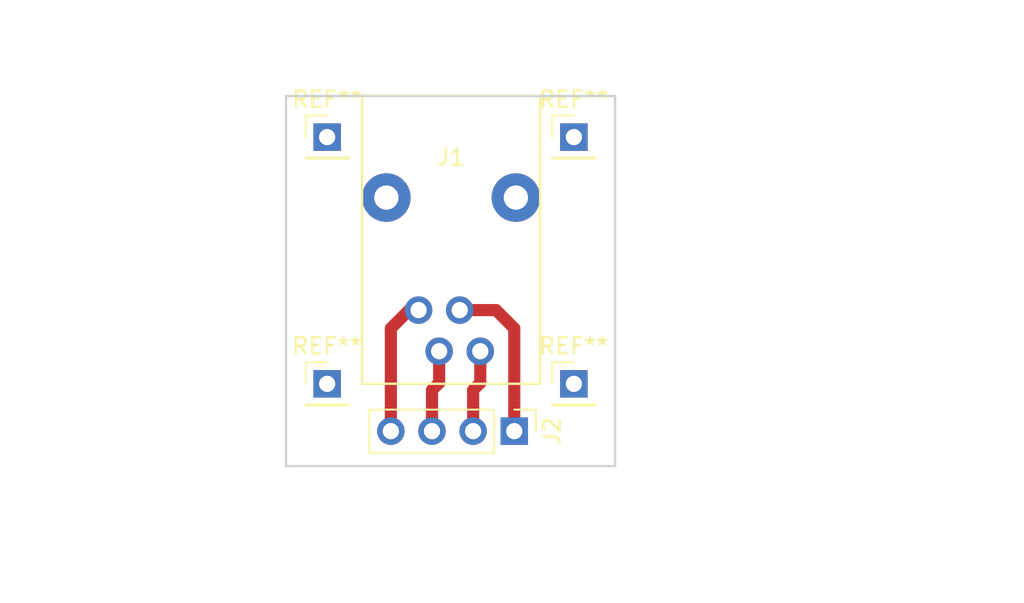
<source format=kicad_pcb>
(kicad_pcb (version 4) (host pcbnew 4.0.7)

  (general
    (links 4)
    (no_connects 0)
    (area 127.039999 98.085 190.460001 135.695)
    (thickness 1.6)
    (drawings 4)
    (tracks 12)
    (zones 0)
    (modules 6)
    (nets 5)
  )

  (page A4)
  (layers
    (0 F.Cu signal)
    (31 B.Cu signal)
    (32 B.Adhes user)
    (33 F.Adhes user)
    (34 B.Paste user)
    (35 F.Paste user)
    (36 B.SilkS user)
    (37 F.SilkS user)
    (38 B.Mask user)
    (39 F.Mask user)
    (40 Dwgs.User user)
    (41 Cmts.User user)
    (42 Eco1.User user)
    (43 Eco2.User user)
    (44 Edge.Cuts user)
    (45 Margin user)
    (46 B.CrtYd user)
    (47 F.CrtYd user)
    (48 B.Fab user)
    (49 F.Fab user)
  )

  (setup
    (last_trace_width 0.25)
    (user_trace_width 0.75)
    (trace_clearance 0.2)
    (zone_clearance 0.508)
    (zone_45_only no)
    (trace_min 0.2)
    (segment_width 0.2)
    (edge_width 0.15)
    (via_size 0.6)
    (via_drill 0.4)
    (via_min_size 0.4)
    (via_min_drill 0.3)
    (uvia_size 0.3)
    (uvia_drill 0.1)
    (uvias_allowed no)
    (uvia_min_size 0.2)
    (uvia_min_drill 0.1)
    (pcb_text_width 0.3)
    (pcb_text_size 1.5 1.5)
    (mod_edge_width 0.15)
    (mod_text_size 1 1)
    (mod_text_width 0.15)
    (pad_size 1.524 1.524)
    (pad_drill 0.762)
    (pad_to_mask_clearance 0.2)
    (aux_axis_origin 0 0)
    (visible_elements FFFFFF7F)
    (pcbplotparams
      (layerselection 0x00030_80000001)
      (usegerberextensions false)
      (excludeedgelayer true)
      (linewidth 0.100000)
      (plotframeref false)
      (viasonmask false)
      (mode 1)
      (useauxorigin false)
      (hpglpennumber 1)
      (hpglpenspeed 20)
      (hpglpendiameter 15)
      (hpglpenoverlay 2)
      (psnegative false)
      (psa4output false)
      (plotreference true)
      (plotvalue true)
      (plotinvisibletext false)
      (padsonsilk false)
      (subtractmaskfromsilk false)
      (outputformat 1)
      (mirror false)
      (drillshape 1)
      (scaleselection 1)
      (outputdirectory /home/badaro/Projetos/Peixoto/kicad/rj11/))
  )

  (net 0 "")
  (net 1 "Net-(J1-Pad1)")
  (net 2 "Net-(J1-Pad2)")
  (net 3 "Net-(J1-Pad4)")
  (net 4 "Net-(J1-Pad3)")

  (net_class Default "Esta é a classe de net default."
    (clearance 0.2)
    (trace_width 0.25)
    (via_dia 0.6)
    (via_drill 0.4)
    (uvia_dia 0.3)
    (uvia_drill 0.1)
    (add_net "Net-(J1-Pad1)")
    (add_net "Net-(J1-Pad2)")
    (add_net "Net-(J1-Pad3)")
    (add_net "Net-(J1-Pad4)")
  )

  (module Pin_Headers:Pin_Header_Straight_1x01_Pitch2.54mm (layer F.Cu) (tedit 5B3EBE7F) (tstamp 5B3EBFAB)
    (at 162.56 121.92)
    (descr "Through hole straight pin header, 1x01, 2.54mm pitch, single row")
    (tags "Through hole pin header THT 1x01 2.54mm single row")
    (fp_text reference REF** (at 0 -2.33) (layer F.SilkS)
      (effects (font (size 1 1) (thickness 0.15)))
    )
    (fp_text value Pin_Header_Straight_1x01_Pitch2.54mm (at 12.7 12.7) (layer F.Fab)
      (effects (font (size 1 1) (thickness 0.15)))
    )
    (fp_line (start -0.635 -1.27) (end 1.27 -1.27) (layer F.Fab) (width 0.1))
    (fp_line (start 1.27 -1.27) (end 1.27 1.27) (layer F.Fab) (width 0.1))
    (fp_line (start 1.27 1.27) (end -1.27 1.27) (layer F.Fab) (width 0.1))
    (fp_line (start -1.27 1.27) (end -1.27 -0.635) (layer F.Fab) (width 0.1))
    (fp_line (start -1.27 -0.635) (end -0.635 -1.27) (layer F.Fab) (width 0.1))
    (fp_line (start -1.33 1.33) (end 1.33 1.33) (layer F.SilkS) (width 0.12))
    (fp_line (start -1.33 1.27) (end -1.33 1.33) (layer F.SilkS) (width 0.12))
    (fp_line (start 1.33 1.27) (end 1.33 1.33) (layer F.SilkS) (width 0.12))
    (fp_line (start -1.33 1.27) (end 1.33 1.27) (layer F.SilkS) (width 0.12))
    (fp_line (start -1.33 0) (end -1.33 -1.33) (layer F.SilkS) (width 0.12))
    (fp_line (start -1.33 -1.33) (end 0 -1.33) (layer F.SilkS) (width 0.12))
    (fp_line (start -1.8 -1.8) (end -1.8 1.8) (layer F.CrtYd) (width 0.05))
    (fp_line (start -1.8 1.8) (end 1.8 1.8) (layer F.CrtYd) (width 0.05))
    (fp_line (start 1.8 1.8) (end 1.8 -1.8) (layer F.CrtYd) (width 0.05))
    (fp_line (start 1.8 -1.8) (end -1.8 -1.8) (layer F.CrtYd) (width 0.05))
    (fp_text user %R (at 0 0 90) (layer F.Fab)
      (effects (font (size 1 1) (thickness 0.15)))
    )
    (pad 1 thru_hole rect (at 0 0) (size 1.7 1.7) (drill 1) (layers *.Cu *.Mask))
    (model ${KISYS3DMOD}/Pin_Headers.3dshapes/Pin_Header_Straight_1x01_Pitch2.54mm.wrl
      (at (xyz 0 0 0))
      (scale (xyz 1 1 1))
      (rotate (xyz 0 0 0))
    )
  )

  (module Pin_Headers:Pin_Header_Straight_1x01_Pitch2.54mm (layer F.Cu) (tedit 5B3EBE81) (tstamp 5B3EBF97)
    (at 147.32 121.92)
    (descr "Through hole straight pin header, 1x01, 2.54mm pitch, single row")
    (tags "Through hole pin header THT 1x01 2.54mm single row")
    (fp_text reference REF** (at 0 -2.33) (layer F.SilkS)
      (effects (font (size 1 1) (thickness 0.15)))
    )
    (fp_text value Pin_Header_Straight_1x01_Pitch2.54mm (at -2.54 12.7) (layer F.Fab)
      (effects (font (size 1 1) (thickness 0.15)))
    )
    (fp_line (start -0.635 -1.27) (end 1.27 -1.27) (layer F.Fab) (width 0.1))
    (fp_line (start 1.27 -1.27) (end 1.27 1.27) (layer F.Fab) (width 0.1))
    (fp_line (start 1.27 1.27) (end -1.27 1.27) (layer F.Fab) (width 0.1))
    (fp_line (start -1.27 1.27) (end -1.27 -0.635) (layer F.Fab) (width 0.1))
    (fp_line (start -1.27 -0.635) (end -0.635 -1.27) (layer F.Fab) (width 0.1))
    (fp_line (start -1.33 1.33) (end 1.33 1.33) (layer F.SilkS) (width 0.12))
    (fp_line (start -1.33 1.27) (end -1.33 1.33) (layer F.SilkS) (width 0.12))
    (fp_line (start 1.33 1.27) (end 1.33 1.33) (layer F.SilkS) (width 0.12))
    (fp_line (start -1.33 1.27) (end 1.33 1.27) (layer F.SilkS) (width 0.12))
    (fp_line (start -1.33 0) (end -1.33 -1.33) (layer F.SilkS) (width 0.12))
    (fp_line (start -1.33 -1.33) (end 0 -1.33) (layer F.SilkS) (width 0.12))
    (fp_line (start -1.8 -1.8) (end -1.8 1.8) (layer F.CrtYd) (width 0.05))
    (fp_line (start -1.8 1.8) (end 1.8 1.8) (layer F.CrtYd) (width 0.05))
    (fp_line (start 1.8 1.8) (end 1.8 -1.8) (layer F.CrtYd) (width 0.05))
    (fp_line (start 1.8 -1.8) (end -1.8 -1.8) (layer F.CrtYd) (width 0.05))
    (fp_text user %R (at 0 0 90) (layer F.Fab)
      (effects (font (size 1 1) (thickness 0.15)))
    )
    (pad 1 thru_hole rect (at 0 0) (size 1.7 1.7) (drill 1) (layers *.Cu *.Mask))
    (model ${KISYS3DMOD}/Pin_Headers.3dshapes/Pin_Header_Straight_1x01_Pitch2.54mm.wrl
      (at (xyz 0 0 0))
      (scale (xyz 1 1 1))
      (rotate (xyz 0 0 0))
    )
  )

  (module Pin_Headers:Pin_Header_Straight_1x01_Pitch2.54mm (layer F.Cu) (tedit 5B3EBE85) (tstamp 5B3EBF83)
    (at 162.56 106.68)
    (descr "Through hole straight pin header, 1x01, 2.54mm pitch, single row")
    (tags "Through hole pin header THT 1x01 2.54mm single row")
    (fp_text reference REF** (at 0 -2.33) (layer F.SilkS)
      (effects (font (size 1 1) (thickness 0.15)))
    )
    (fp_text value Pin_Header_Straight_1x01_Pitch2.54mm (at 12.7 -7.62) (layer F.Fab)
      (effects (font (size 1 1) (thickness 0.15)))
    )
    (fp_line (start -0.635 -1.27) (end 1.27 -1.27) (layer F.Fab) (width 0.1))
    (fp_line (start 1.27 -1.27) (end 1.27 1.27) (layer F.Fab) (width 0.1))
    (fp_line (start 1.27 1.27) (end -1.27 1.27) (layer F.Fab) (width 0.1))
    (fp_line (start -1.27 1.27) (end -1.27 -0.635) (layer F.Fab) (width 0.1))
    (fp_line (start -1.27 -0.635) (end -0.635 -1.27) (layer F.Fab) (width 0.1))
    (fp_line (start -1.33 1.33) (end 1.33 1.33) (layer F.SilkS) (width 0.12))
    (fp_line (start -1.33 1.27) (end -1.33 1.33) (layer F.SilkS) (width 0.12))
    (fp_line (start 1.33 1.27) (end 1.33 1.33) (layer F.SilkS) (width 0.12))
    (fp_line (start -1.33 1.27) (end 1.33 1.27) (layer F.SilkS) (width 0.12))
    (fp_line (start -1.33 0) (end -1.33 -1.33) (layer F.SilkS) (width 0.12))
    (fp_line (start -1.33 -1.33) (end 0 -1.33) (layer F.SilkS) (width 0.12))
    (fp_line (start -1.8 -1.8) (end -1.8 1.8) (layer F.CrtYd) (width 0.05))
    (fp_line (start -1.8 1.8) (end 1.8 1.8) (layer F.CrtYd) (width 0.05))
    (fp_line (start 1.8 1.8) (end 1.8 -1.8) (layer F.CrtYd) (width 0.05))
    (fp_line (start 1.8 -1.8) (end -1.8 -1.8) (layer F.CrtYd) (width 0.05))
    (fp_text user %R (at 0 0 90) (layer F.Fab)
      (effects (font (size 1 1) (thickness 0.15)))
    )
    (pad 1 thru_hole rect (at 0 0) (size 1.7 1.7) (drill 1) (layers *.Cu *.Mask))
    (model ${KISYS3DMOD}/Pin_Headers.3dshapes/Pin_Header_Straight_1x01_Pitch2.54mm.wrl
      (at (xyz 0 0 0))
      (scale (xyz 1 1 1))
      (rotate (xyz 0 0 0))
    )
  )

  (module RJ11:RJ11 (layer F.Cu) (tedit 5B3EBDF2) (tstamp 5B3EBD70)
    (at 154.9781 104.1146)
    (path /5B3EBE39)
    (fp_text reference J1 (at 0 3.81) (layer F.SilkS)
      (effects (font (size 1 1) (thickness 0.15)))
    )
    (fp_text value Conn_02x02_Counter_Clockwise (at 0.0889 -2.1336) (layer F.Fab)
      (effects (font (size 1 1) (thickness 0.15)))
    )
    (fp_line (start -5.5 0) (end -5.5 17.8) (layer F.SilkS) (width 0.15))
    (fp_line (start -5.5 17.8) (end 5.5 17.8) (layer F.SilkS) (width 0.15))
    (fp_line (start 5.5 17.8) (end 5.5 0) (layer F.SilkS) (width 0.15))
    (fp_line (start 5.5 0) (end -5.5 0) (layer F.SilkS) (width 0.15))
    (pad 1 thru_hole circle (at -2.01 13.25) (size 1.7 1.7) (drill 1) (layers *.Cu *.Mask)
      (net 1 "Net-(J1-Pad1)"))
    (pad 2 thru_hole circle (at 0.53 13.25) (size 1.7 1.7) (drill 1) (layers *.Cu *.Mask)
      (net 2 "Net-(J1-Pad2)"))
    (pad 3 thru_hole circle (at -0.74 15.79) (size 1.7 1.7) (drill 1) (layers *.Cu *.Mask)
      (net 4 "Net-(J1-Pad3)"))
    (pad 4 thru_hole circle (at 1.8 15.79) (size 1.7 1.7) (drill 1) (layers *.Cu *.Mask)
      (net 3 "Net-(J1-Pad4)"))
    (pad 6 thru_hole circle (at 4 6.3) (size 3 3) (drill 1.5) (layers *.Cu *.Mask))
    (pad 5 thru_hole circle (at -4 6.3) (size 3 3) (drill 1.5) (layers *.Cu *.Mask))
  )

  (module Pin_Headers:Pin_Header_Straight_1x04_Pitch2.54mm (layer F.Cu) (tedit 5B3EBDEB) (tstamp 5B3EBD78)
    (at 158.877 124.841 270)
    (descr "Through hole straight pin header, 1x04, 2.54mm pitch, single row")
    (tags "Through hole pin header THT 1x04 2.54mm single row")
    (path /5B3EBC5E)
    (fp_text reference J2 (at 0 -2.33 270) (layer F.SilkS)
      (effects (font (size 1 1) (thickness 0.15)))
    )
    (fp_text value Conn_01x04 (at 3.81 3.81 360) (layer F.Fab)
      (effects (font (size 1 1) (thickness 0.15)))
    )
    (fp_line (start -0.635 -1.27) (end 1.27 -1.27) (layer F.Fab) (width 0.1))
    (fp_line (start 1.27 -1.27) (end 1.27 8.89) (layer F.Fab) (width 0.1))
    (fp_line (start 1.27 8.89) (end -1.27 8.89) (layer F.Fab) (width 0.1))
    (fp_line (start -1.27 8.89) (end -1.27 -0.635) (layer F.Fab) (width 0.1))
    (fp_line (start -1.27 -0.635) (end -0.635 -1.27) (layer F.Fab) (width 0.1))
    (fp_line (start -1.33 8.95) (end 1.33 8.95) (layer F.SilkS) (width 0.12))
    (fp_line (start -1.33 1.27) (end -1.33 8.95) (layer F.SilkS) (width 0.12))
    (fp_line (start 1.33 1.27) (end 1.33 8.95) (layer F.SilkS) (width 0.12))
    (fp_line (start -1.33 1.27) (end 1.33 1.27) (layer F.SilkS) (width 0.12))
    (fp_line (start -1.33 0) (end -1.33 -1.33) (layer F.SilkS) (width 0.12))
    (fp_line (start -1.33 -1.33) (end 0 -1.33) (layer F.SilkS) (width 0.12))
    (fp_line (start -1.8 -1.8) (end -1.8 9.4) (layer F.CrtYd) (width 0.05))
    (fp_line (start -1.8 9.4) (end 1.8 9.4) (layer F.CrtYd) (width 0.05))
    (fp_line (start 1.8 9.4) (end 1.8 -1.8) (layer F.CrtYd) (width 0.05))
    (fp_line (start 1.8 -1.8) (end -1.8 -1.8) (layer F.CrtYd) (width 0.05))
    (fp_text user %R (at 0 3.81 360) (layer F.Fab)
      (effects (font (size 1 1) (thickness 0.15)))
    )
    (pad 1 thru_hole rect (at 0 0 270) (size 1.7 1.7) (drill 1) (layers *.Cu *.Mask)
      (net 2 "Net-(J1-Pad2)"))
    (pad 2 thru_hole oval (at 0 2.54 270) (size 1.7 1.7) (drill 1) (layers *.Cu *.Mask)
      (net 3 "Net-(J1-Pad4)"))
    (pad 3 thru_hole oval (at 0 5.08 270) (size 1.7 1.7) (drill 1) (layers *.Cu *.Mask)
      (net 4 "Net-(J1-Pad3)"))
    (pad 4 thru_hole oval (at 0 7.62 270) (size 1.7 1.7) (drill 1) (layers *.Cu *.Mask)
      (net 1 "Net-(J1-Pad1)"))
    (model ${KISYS3DMOD}/Pin_Headers.3dshapes/Pin_Header_Straight_1x04_Pitch2.54mm.wrl
      (at (xyz 0 0 0))
      (scale (xyz 1 1 1))
      (rotate (xyz 0 0 0))
    )
  )

  (module Pin_Headers:Pin_Header_Straight_1x01_Pitch2.54mm (layer F.Cu) (tedit 5B3EBE83) (tstamp 5B3EBE52)
    (at 147.32 106.68)
    (descr "Through hole straight pin header, 1x01, 2.54mm pitch, single row")
    (tags "Through hole pin header THT 1x01 2.54mm single row")
    (fp_text reference REF** (at 0 -2.33) (layer F.SilkS)
      (effects (font (size 1 1) (thickness 0.15)))
    )
    (fp_text value Pin_Header_Straight_1x01_Pitch2.54mm (at -5.08 -7.62) (layer F.Fab)
      (effects (font (size 1 1) (thickness 0.15)))
    )
    (fp_line (start -0.635 -1.27) (end 1.27 -1.27) (layer F.Fab) (width 0.1))
    (fp_line (start 1.27 -1.27) (end 1.27 1.27) (layer F.Fab) (width 0.1))
    (fp_line (start 1.27 1.27) (end -1.27 1.27) (layer F.Fab) (width 0.1))
    (fp_line (start -1.27 1.27) (end -1.27 -0.635) (layer F.Fab) (width 0.1))
    (fp_line (start -1.27 -0.635) (end -0.635 -1.27) (layer F.Fab) (width 0.1))
    (fp_line (start -1.33 1.33) (end 1.33 1.33) (layer F.SilkS) (width 0.12))
    (fp_line (start -1.33 1.27) (end -1.33 1.33) (layer F.SilkS) (width 0.12))
    (fp_line (start 1.33 1.27) (end 1.33 1.33) (layer F.SilkS) (width 0.12))
    (fp_line (start -1.33 1.27) (end 1.33 1.27) (layer F.SilkS) (width 0.12))
    (fp_line (start -1.33 0) (end -1.33 -1.33) (layer F.SilkS) (width 0.12))
    (fp_line (start -1.33 -1.33) (end 0 -1.33) (layer F.SilkS) (width 0.12))
    (fp_line (start -1.8 -1.8) (end -1.8 1.8) (layer F.CrtYd) (width 0.05))
    (fp_line (start -1.8 1.8) (end 1.8 1.8) (layer F.CrtYd) (width 0.05))
    (fp_line (start 1.8 1.8) (end 1.8 -1.8) (layer F.CrtYd) (width 0.05))
    (fp_line (start 1.8 -1.8) (end -1.8 -1.8) (layer F.CrtYd) (width 0.05))
    (fp_text user %R (at 0 0 90) (layer F.Fab)
      (effects (font (size 1 1) (thickness 0.15)))
    )
    (pad 1 thru_hole rect (at 0 0) (size 1.7 1.7) (drill 1) (layers *.Cu *.Mask))
    (model ${KISYS3DMOD}/Pin_Headers.3dshapes/Pin_Header_Straight_1x01_Pitch2.54mm.wrl
      (at (xyz 0 0 0))
      (scale (xyz 1 1 1))
      (rotate (xyz 0 0 0))
    )
  )

  (gr_line (start 165.1 127) (end 165.1 104.14) (angle 90) (layer Edge.Cuts) (width 0.15))
  (gr_line (start 144.78 127) (end 165.1 127) (angle 90) (layer Edge.Cuts) (width 0.15))
  (gr_line (start 144.78 104.14) (end 144.78 127) (angle 90) (layer Edge.Cuts) (width 0.15))
  (gr_line (start 165.1 104.14) (end 144.78 104.14) (angle 90) (layer Edge.Cuts) (width 0.15))

  (segment (start 152.9681 117.3646) (end 152.3834 117.3646) (width 0.75) (layer F.Cu) (net 1))
  (segment (start 152.3834 117.3646) (end 151.257 118.491) (width 0.75) (layer F.Cu) (net 1) (tstamp 5B3EBDD9))
  (segment (start 151.257 118.491) (end 151.257 124.841) (width 0.75) (layer F.Cu) (net 1) (tstamp 5B3EBDDA))
  (segment (start 155.5081 117.3646) (end 157.7506 117.3646) (width 0.75) (layer F.Cu) (net 2))
  (segment (start 158.877 118.491) (end 158.877 124.841) (width 0.75) (layer F.Cu) (net 2) (tstamp 5B3EBDE1))
  (segment (start 157.7506 117.3646) (end 158.877 118.491) (width 0.75) (layer F.Cu) (net 2) (tstamp 5B3EBDE0))
  (segment (start 156.7781 119.9046) (end 156.7781 121.8599) (width 0.75) (layer F.Cu) (net 3))
  (segment (start 156.337 122.301) (end 156.337 124.841) (width 0.75) (layer F.Cu) (net 3) (tstamp 5B3EBDD6))
  (segment (start 156.7781 121.8599) (end 156.337 122.301) (width 0.75) (layer F.Cu) (net 3) (tstamp 5B3EBDD5))
  (segment (start 154.2381 119.9046) (end 154.2381 121.8599) (width 0.75) (layer F.Cu) (net 4))
  (segment (start 153.797 122.301) (end 153.797 124.841) (width 0.75) (layer F.Cu) (net 4) (tstamp 5B3EBDD2))
  (segment (start 154.2381 121.8599) (end 153.797 122.301) (width 0.75) (layer F.Cu) (net 4) (tstamp 5B3EBDD1))

)

</source>
